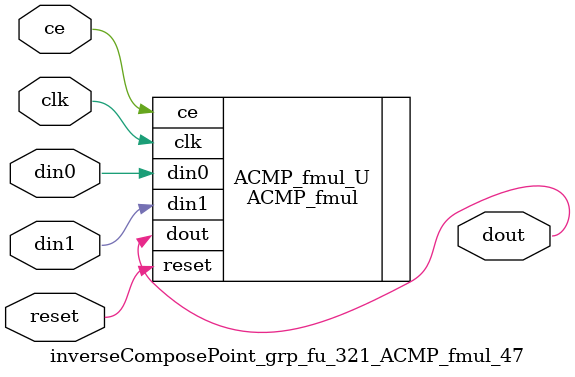
<source format=v>

`timescale 1 ns / 1 ps
module inverseComposePoint_grp_fu_321_ACMP_fmul_47(
    clk,
    reset,
    ce,
    din0,
    din1,
    dout);

parameter ID = 32'd1;
parameter NUM_STAGE = 32'd1;
parameter din0_WIDTH = 32'd1;
parameter din1_WIDTH = 32'd1;
parameter dout_WIDTH = 32'd1;
input clk;
input reset;
input ce;
input[din0_WIDTH - 1:0] din0;
input[din1_WIDTH - 1:0] din1;
output[dout_WIDTH - 1:0] dout;



ACMP_fmul #(
.ID( ID ),
.NUM_STAGE( 4 ),
.din0_WIDTH( din0_WIDTH ),
.din1_WIDTH( din1_WIDTH ),
.dout_WIDTH( dout_WIDTH ))
ACMP_fmul_U(
    .clk( clk ),
    .reset( reset ),
    .ce( ce ),
    .din0( din0 ),
    .din1( din1 ),
    .dout( dout ));

endmodule

</source>
